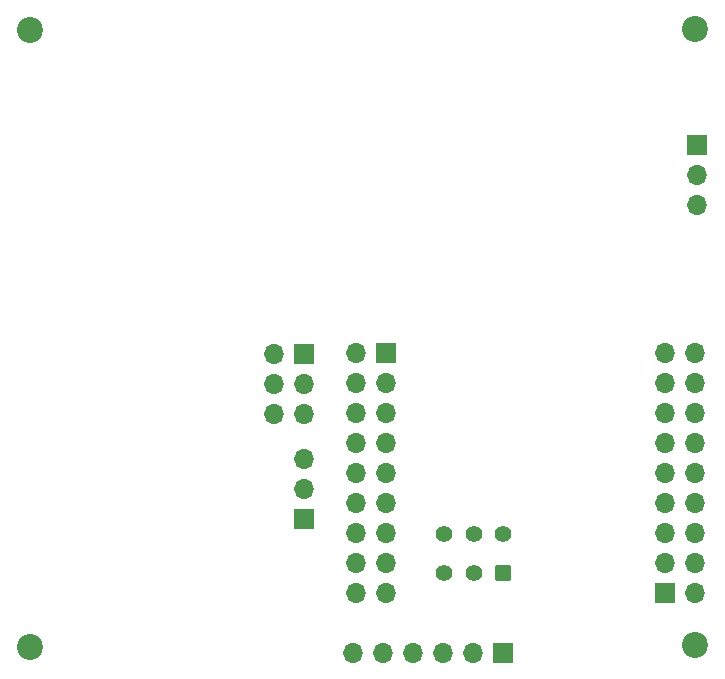
<source format=gbr>
%TF.GenerationSoftware,KiCad,Pcbnew,8.0.7*%
%TF.CreationDate,2025-05-01T01:05:46-07:00*%
%TF.ProjectId,salp_board,73616c70-5f62-46f6-9172-642e6b696361,rev?*%
%TF.SameCoordinates,Original*%
%TF.FileFunction,Soldermask,Bot*%
%TF.FilePolarity,Negative*%
%FSLAX46Y46*%
G04 Gerber Fmt 4.6, Leading zero omitted, Abs format (unit mm)*
G04 Created by KiCad (PCBNEW 8.0.7) date 2025-05-01 01:05:46*
%MOMM*%
%LPD*%
G01*
G04 APERTURE LIST*
G04 Aperture macros list*
%AMRoundRect*
0 Rectangle with rounded corners*
0 $1 Rounding radius*
0 $2 $3 $4 $5 $6 $7 $8 $9 X,Y pos of 4 corners*
0 Add a 4 corners polygon primitive as box body*
4,1,4,$2,$3,$4,$5,$6,$7,$8,$9,$2,$3,0*
0 Add four circle primitives for the rounded corners*
1,1,$1+$1,$2,$3*
1,1,$1+$1,$4,$5*
1,1,$1+$1,$6,$7*
1,1,$1+$1,$8,$9*
0 Add four rect primitives between the rounded corners*
20,1,$1+$1,$2,$3,$4,$5,0*
20,1,$1+$1,$4,$5,$6,$7,0*
20,1,$1+$1,$6,$7,$8,$9,0*
20,1,$1+$1,$8,$9,$2,$3,0*%
G04 Aperture macros list end*
%ADD10R,1.700000X1.700000*%
%ADD11O,1.700000X1.700000*%
%ADD12RoundRect,0.250000X0.450000X0.450000X-0.450000X0.450000X-0.450000X-0.450000X0.450000X-0.450000X0*%
%ADD13C,1.400000*%
%ADD14C,2.200000*%
G04 APERTURE END LIST*
D10*
%TO.C,J10*%
X161501000Y-86969500D03*
D11*
X158961000Y-86969500D03*
X161501000Y-89509500D03*
X158961000Y-89509500D03*
X161501000Y-92049500D03*
X158961000Y-92049500D03*
%TD*%
D10*
%TO.C,J12*%
X178308000Y-112268000D03*
D11*
X175768000Y-112268000D03*
X173228000Y-112268000D03*
X170688000Y-112268000D03*
X168148000Y-112268000D03*
X165608000Y-112268000D03*
%TD*%
D12*
%TO.C,SW2*%
X178345000Y-105500000D03*
D13*
X175845000Y-105500000D03*
X173345000Y-105500000D03*
X173345000Y-102200000D03*
X175845000Y-102200000D03*
X178345000Y-102200000D03*
%TD*%
D10*
%TO.C,J8*%
X192024000Y-107188000D03*
D11*
X194564000Y-107188000D03*
X192024000Y-104648000D03*
X194564000Y-104648000D03*
X192024000Y-102108000D03*
X194564000Y-102108000D03*
X192024000Y-99568000D03*
X194564000Y-99568000D03*
X192024000Y-97028000D03*
X194564000Y-97028000D03*
X192024000Y-94488000D03*
X194564000Y-94488000D03*
X192024000Y-91948000D03*
X194564000Y-91948000D03*
X192024000Y-89408000D03*
X194564000Y-89408000D03*
X192024000Y-86868000D03*
X194564000Y-86868000D03*
%TD*%
D14*
%TO.C,H2*%
X138303000Y-59563000D03*
%TD*%
D10*
%TO.C,J4*%
X194725000Y-69275000D03*
D11*
X194725000Y-71815000D03*
X194725000Y-74355000D03*
%TD*%
D10*
%TO.C,J9*%
X161496000Y-100978500D03*
D11*
X161496000Y-98438500D03*
X161496000Y-95898500D03*
%TD*%
D14*
%TO.C,H1*%
X194564000Y-111633000D03*
%TD*%
%TO.C,H3*%
X194564000Y-59436000D03*
%TD*%
%TO.C,H4*%
X138303000Y-111760000D03*
%TD*%
D10*
%TO.C,J1*%
X168402000Y-86868000D03*
D11*
X165862000Y-86868000D03*
X168402000Y-89408000D03*
X165862000Y-89408000D03*
X168402000Y-91948000D03*
X165862000Y-91948000D03*
X168402000Y-94488000D03*
X165862000Y-94488000D03*
X168402000Y-97028000D03*
X165862000Y-97028000D03*
X168402000Y-99568000D03*
X165862000Y-99568000D03*
X168402000Y-102108000D03*
X165862000Y-102108000D03*
X168402000Y-104648000D03*
X165862000Y-104648000D03*
X168402000Y-107188000D03*
X165862000Y-107188000D03*
%TD*%
M02*

</source>
